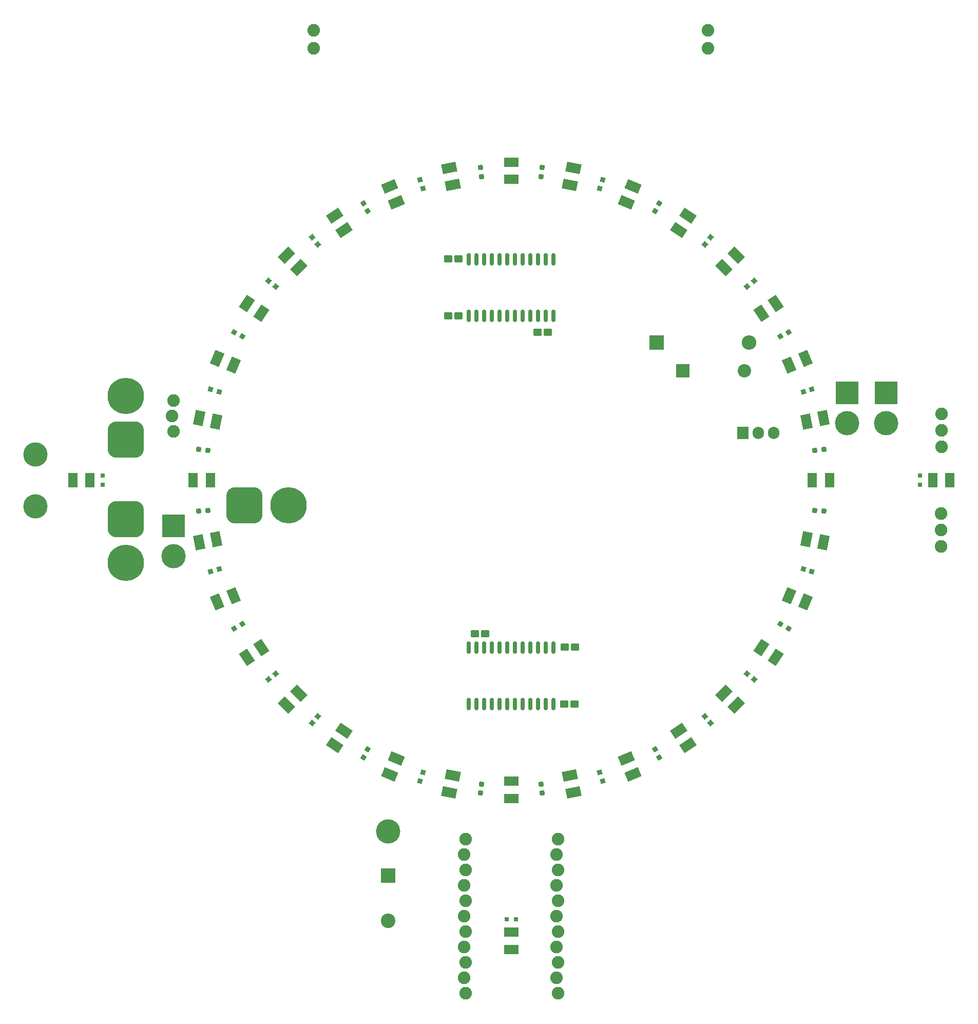
<source format=gbs>
%TF.GenerationSoftware,KiCad,Pcbnew,(6.0.0-0)*%
%TF.CreationDate,2022-03-23T00:11:19+08:00*%
%TF.ProjectId,layer1,6c617965-7231-42e6-9b69-6361645f7063,rev?*%
%TF.SameCoordinates,Original*%
%TF.FileFunction,Soldermask,Bot*%
%TF.FilePolarity,Negative*%
%FSLAX46Y46*%
G04 Gerber Fmt 4.6, Leading zero omitted, Abs format (unit mm)*
G04 Created by KiCad (PCBNEW (6.0.0-0)) date 2022-03-23 00:11:19*
%MOMM*%
%LPD*%
G01*
G04 APERTURE LIST*
G04 Aperture macros list*
%AMRoundRect*
0 Rectangle with rounded corners*
0 $1 Rounding radius*
0 $2 $3 $4 $5 $6 $7 $8 $9 X,Y pos of 4 corners*
0 Add a 4 corners polygon primitive as box body*
4,1,4,$2,$3,$4,$5,$6,$7,$8,$9,$2,$3,0*
0 Add four circle primitives for the rounded corners*
1,1,$1+$1,$2,$3*
1,1,$1+$1,$4,$5*
1,1,$1+$1,$6,$7*
1,1,$1+$1,$8,$9*
0 Add four rect primitives between the rounded corners*
20,1,$1+$1,$2,$3,$4,$5,0*
20,1,$1+$1,$4,$5,$6,$7,0*
20,1,$1+$1,$6,$7,$8,$9,0*
20,1,$1+$1,$8,$9,$2,$3,0*%
%AMRotRect*
0 Rectangle, with rotation*
0 The origin of the aperture is its center*
0 $1 length*
0 $2 width*
0 $3 Rotation angle, in degrees counterclockwise*
0 Add horizontal line*
21,1,$1,$2,0,0,$3*%
G04 Aperture macros list end*
%ADD10C,4.000000*%
%ADD11C,2.082800*%
%ADD12RoundRect,1.500000X1.500000X-1.500000X1.500000X1.500000X-1.500000X1.500000X-1.500000X-1.500000X0*%
%ADD13C,6.000000*%
%ADD14RoundRect,1.500000X-1.500000X1.500000X-1.500000X-1.500000X1.500000X-1.500000X1.500000X1.500000X0*%
%ADD15R,2.200000X2.200000*%
%ADD16O,2.200000X2.200000*%
%ADD17R,1.905000X2.000000*%
%ADD18O,1.905000X2.000000*%
%ADD19R,2.400000X2.400000*%
%ADD20O,2.400000X2.400000*%
%ADD21R,3.800000X3.800000*%
%ADD22RoundRect,1.500000X-1.500000X-1.500000X1.500000X-1.500000X1.500000X1.500000X-1.500000X1.500000X0*%
%ADD23C,2.400000*%
%ADD24RotRect,1.600000X2.400000X22.500000*%
%ADD25RotRect,1.600000X2.400000X326.250000*%
%ADD26RotRect,1.600000X2.400000X247.500000*%
%ADD27RotRect,0.800000X0.800000X331.875000*%
%ADD28RoundRect,0.101600X0.549910X0.499110X-0.549910X0.499110X-0.549910X-0.499110X0.549910X-0.499110X0*%
%ADD29RotRect,0.800000X0.800000X286.875000*%
%ADD30RotRect,1.600000X2.400000X303.750000*%
%ADD31RoundRect,0.101600X-0.549910X-0.499110X0.549910X-0.499110X0.549910X0.499110X-0.549910X0.499110X0*%
%ADD32RotRect,0.800000X0.800000X343.125000*%
%ADD33R,0.800000X0.800000*%
%ADD34R,1.600000X2.400000*%
%ADD35RotRect,0.800000X0.800000X95.625000*%
%ADD36RotRect,1.600000X2.400000X213.750000*%
%ADD37RoundRect,0.150000X-0.150000X0.875000X-0.150000X-0.875000X0.150000X-0.875000X0.150000X0.875000X0*%
%ADD38RotRect,0.800000X0.800000X219.375000*%
%ADD39RotRect,1.600000X2.400000X67.500000*%
%ADD40RotRect,1.600000X2.400000X191.250000*%
%ADD41RotRect,0.800000X0.800000X28.125000*%
%ADD42RotRect,0.800000X0.800000X118.125000*%
%ADD43RotRect,0.800000X0.800000X84.375000*%
%ADD44RotRect,1.600000X2.400000X135.000000*%
%ADD45RotRect,0.800000X0.800000X140.625000*%
%ADD46R,2.400000X1.600000*%
%ADD47RotRect,0.800000X0.800000X208.125000*%
%ADD48RotRect,1.600000X2.400000X157.500000*%
%ADD49RotRect,1.600000X2.400000X348.750000*%
%ADD50RotRect,1.600000X2.400000X202.500000*%
%ADD51RotRect,1.600000X2.400000X225.000000*%
%ADD52RotRect,0.800000X0.800000X298.125000*%
%ADD53RotRect,0.800000X0.800000X230.625000*%
%ADD54RotRect,0.800000X0.800000X196.875000*%
%ADD55RotRect,1.600000X2.400000X56.250000*%
%ADD56RotRect,0.800000X0.800000X185.625000*%
%ADD57RotRect,0.800000X0.800000X253.125000*%
%ADD58RotRect,1.600000X2.400000X112.500000*%
%ADD59RotRect,0.800000X0.800000X309.375000*%
%ADD60RotRect,0.800000X0.800000X163.125000*%
%ADD61RotRect,0.800000X0.800000X275.625000*%
%ADD62RotRect,0.800000X0.800000X5.625000*%
%ADD63RotRect,0.800000X0.800000X354.375000*%
%ADD64RotRect,1.600000X2.400000X33.750000*%
%ADD65RotRect,1.600000X2.400000X168.750000*%
%ADD66RoundRect,0.150000X0.150000X-0.875000X0.150000X0.875000X-0.150000X0.875000X-0.150000X-0.875000X0*%
%ADD67RotRect,0.800000X0.800000X61.875000*%
%ADD68RotRect,1.600000X2.400000X337.500000*%
%ADD69RotRect,1.600000X2.400000X146.250000*%
%ADD70RotRect,0.800000X0.800000X106.875000*%
%ADD71RotRect,0.800000X0.800000X39.375000*%
%ADD72RotRect,1.600000X2.400000X123.750000*%
%ADD73RotRect,1.600000X2.400000X292.500000*%
%ADD74RotRect,0.800000X0.800000X174.375000*%
%ADD75RotRect,1.600000X2.400000X281.250000*%
%ADD76RotRect,0.800000X0.800000X50.625000*%
%ADD77RotRect,0.800000X0.800000X264.375000*%
%ADD78RotRect,1.600000X2.400000X78.750000*%
%ADD79RotRect,1.600000X2.400000X101.250000*%
%ADD80RotRect,0.800000X0.800000X320.625000*%
%ADD81RotRect,1.600000X2.400000X236.250000*%
%ADD82RotRect,1.600000X2.400000X258.750000*%
%ADD83RotRect,1.600000X2.400000X11.250000*%
%ADD84RotRect,0.800000X0.800000X129.375000*%
%ADD85RotRect,0.800000X0.800000X151.875000*%
%ADD86RotRect,0.800000X0.800000X241.875000*%
%ADD87RotRect,1.600000X2.400000X45.000000*%
%ADD88RotRect,0.800000X0.800000X73.125000*%
%ADD89RotRect,0.800000X0.800000X16.875000*%
%ADD90RotRect,1.600000X2.400000X315.000000*%
G04 APERTURE END LIST*
D10*
%TO.C,REF\u002A\u002A*%
X105410000Y-159258000D03*
%TD*%
D11*
%TO.C,SW1*%
X196723000Y-90373200D03*
X196723000Y-93091000D03*
X196723000Y-95808800D03*
%TD*%
D12*
%TO.C,J0*%
X62186320Y-94671000D03*
D13*
X62186320Y-87471000D03*
%TD*%
D14*
%TO.C,J1*%
X62186320Y-107740000D03*
D13*
X62186320Y-114940000D03*
%TD*%
D10*
%TO.C,J3*%
X47244000Y-105625900D03*
%TD*%
D11*
%TO.C,SW2*%
X196638320Y-106828200D03*
X196638320Y-109546000D03*
X196638320Y-112263800D03*
%TD*%
%TO.C,GATE1R1*%
X158129951Y-27198200D03*
X158129951Y-30093800D03*
%TD*%
D15*
%TO.C,SOLENOIDD2*%
X153974800Y-83286600D03*
D16*
X164134800Y-83286600D03*
%TD*%
D11*
%TO.C,MJ1*%
X118237000Y-160525919D03*
X117983000Y-163065919D03*
X118237000Y-165605919D03*
X117983000Y-168145919D03*
X118237000Y-170685919D03*
X117983000Y-173225919D03*
X118237000Y-175765919D03*
X117983000Y-178305919D03*
X118237000Y-180845919D03*
X117983000Y-183385919D03*
X118237000Y-185925919D03*
%TD*%
D17*
%TO.C,SOLENOIDQ2*%
X163906200Y-93502600D03*
D18*
X166446200Y-93502600D03*
X168986200Y-93502600D03*
%TD*%
D19*
%TO.C,SOLENOIDD1*%
X149656800Y-78663800D03*
D20*
X164896800Y-78663800D03*
%TD*%
D21*
%TO.C,BOOSTJ2*%
X181102000Y-86908000D03*
D10*
X181102000Y-91908000D03*
%TD*%
%TO.C,J4*%
X47244000Y-97066100D03*
%TD*%
D21*
%TO.C,BOOSTJ1*%
X70060320Y-108840000D03*
D10*
X70060320Y-113840000D03*
%TD*%
D11*
%TO.C,GATE1D1*%
X93129951Y-30093800D03*
X93129951Y-27198200D03*
%TD*%
D22*
%TO.C,J2*%
X81744000Y-105511600D03*
D13*
X88944000Y-105511600D03*
%TD*%
D11*
%TO.C,BUCKJ1*%
X70060320Y-88210213D03*
X69806320Y-90750213D03*
X70060320Y-93290213D03*
%TD*%
D19*
%TO.C,C4*%
X105410000Y-166497000D03*
D23*
X105410000Y-173997000D03*
%TD*%
D10*
%TO.C,SOLENOIDJ1*%
X187579000Y-91908000D03*
D21*
X187579000Y-86908000D03*
%TD*%
D11*
%TO.C,MJ2*%
X133477000Y-160521000D03*
X133223000Y-163061000D03*
X133477000Y-165601000D03*
X133223000Y-168141000D03*
X133477000Y-170681000D03*
X133223000Y-173221000D03*
X133477000Y-175761000D03*
X133223000Y-178301000D03*
X133477000Y-180841000D03*
X133223000Y-183381000D03*
X133477000Y-185921000D03*
%TD*%
D24*
%TO.C,D27*%
X171573145Y-82357047D03*
X174206201Y-81266399D03*
%TD*%
D25*
%TO.C,D22*%
X166987735Y-128913489D03*
X169357423Y-130496865D03*
%TD*%
D26*
%TO.C,D15*%
X106741079Y-147189113D03*
X105650431Y-149822169D03*
%TD*%
D27*
%TO.C,R7*%
X80042902Y-76934367D03*
X81365784Y-77641463D03*
%TD*%
D28*
%TO.C,R37*%
X116978311Y-64825919D03*
X115281591Y-64825919D03*
%TD*%
D29*
%TO.C,R3*%
X110692043Y-51781267D03*
X111127471Y-53216677D03*
%TD*%
D30*
%TO.C,D20*%
X153297521Y-142603703D03*
X154880897Y-144973391D03*
%TD*%
D31*
%TO.C,C2*%
X134506591Y-128825919D03*
X136203311Y-128825919D03*
%TD*%
D32*
%TO.C,R8*%
X76156614Y-86316696D03*
X77592024Y-86752124D03*
%TD*%
D33*
%TO.C,R35*%
X193129951Y-100598500D03*
X193129951Y-102098500D03*
%TD*%
D34*
%TO.C,D9*%
X76109636Y-101345919D03*
X73259636Y-101345919D03*
%TD*%
D28*
%TO.C,C1*%
X116978311Y-74225919D03*
X115281591Y-74225919D03*
%TD*%
D35*
%TO.C,R18*%
X130807631Y-152909154D03*
X130660605Y-151416376D03*
%TD*%
D36*
%TO.C,D12*%
X84472167Y-128913489D03*
X82102479Y-130496865D03*
%TD*%
D37*
%TO.C,U1*%
X118744951Y-64954604D03*
X120014951Y-64954604D03*
X121284951Y-64954604D03*
X122554951Y-64954604D03*
X123824951Y-64954604D03*
X125094951Y-64954604D03*
X126364951Y-64954604D03*
X127634951Y-64954604D03*
X128904951Y-64954604D03*
X130174951Y-64954604D03*
X131444951Y-64954604D03*
X132714951Y-64954604D03*
X132714951Y-74254604D03*
X131444951Y-74254604D03*
X130174951Y-74254604D03*
X128904951Y-74254604D03*
X127634951Y-74254604D03*
X126364951Y-74254604D03*
X125094951Y-74254604D03*
X123824951Y-74254604D03*
X122554951Y-74254604D03*
X121284951Y-74254604D03*
X120014951Y-74254604D03*
X118744951Y-74254604D03*
%TD*%
D38*
%TO.C,R29*%
X165774985Y-68490494D03*
X164615469Y-69442084D03*
%TD*%
D39*
%TO.C,D31*%
X144718823Y-55502725D03*
X145809471Y-52869669D03*
%TD*%
D40*
%TO.C,D10*%
X77063076Y-111026362D03*
X74267838Y-111582370D03*
%TD*%
D41*
%TO.C,R12*%
X80042902Y-125774841D03*
X81365784Y-125067745D03*
%TD*%
D42*
%TO.C,R20*%
X150150188Y-147041653D03*
X149443092Y-145718771D03*
%TD*%
D34*
%TO.C,D33*%
X53404951Y-101345919D03*
X56254951Y-101345919D03*
%TD*%
D43*
%TO.C,R17*%
X120652271Y-152909154D03*
X120799297Y-151416376D03*
%TD*%
D44*
%TO.C,D5*%
X90643090Y-66259058D03*
X88627836Y-64243804D03*
%TD*%
D45*
%TO.C,R22*%
X165774985Y-134218714D03*
X164615469Y-133267124D03*
%TD*%
D46*
%TO.C,D17*%
X125729951Y-150966234D03*
X125729951Y-153816234D03*
%TD*%
D47*
%TO.C,R28*%
X171417000Y-76934367D03*
X170094118Y-77641463D03*
%TD*%
D48*
%TO.C,D7*%
X79886757Y-82357047D03*
X77253701Y-81266399D03*
%TD*%
D34*
%TO.C,D35*%
X198054951Y-101345919D03*
X195204951Y-101345919D03*
%TD*%
D31*
%TO.C,R38*%
X130081591Y-76962000D03*
X131778311Y-76962000D03*
%TD*%
D49*
%TO.C,D24*%
X174396826Y-111026362D03*
X177192064Y-111582370D03*
%TD*%
D28*
%TO.C,R40*%
X121378311Y-126625919D03*
X119681591Y-126625919D03*
%TD*%
D50*
%TO.C,D11*%
X79886757Y-120334791D03*
X77253701Y-121425439D03*
%TD*%
D51*
%TO.C,D13*%
X90643090Y-136432780D03*
X88627836Y-138448034D03*
%TD*%
D52*
%TO.C,R4*%
X101309714Y-55667555D03*
X102016810Y-56990437D03*
%TD*%
D53*
%TO.C,R30*%
X158594061Y-61309570D03*
X157642471Y-62469086D03*
%TD*%
D31*
%TO.C,R39*%
X134481591Y-138225919D03*
X136178311Y-138225919D03*
%TD*%
D54*
%TO.C,R27*%
X175303288Y-86316696D03*
X173867878Y-86752124D03*
%TD*%
D46*
%TO.C,D34*%
X125729951Y-178671000D03*
X125729951Y-175821000D03*
%TD*%
D55*
%TO.C,D30*%
X153297521Y-60088135D03*
X154880897Y-57718447D03*
%TD*%
D56*
%TO.C,R26*%
X177284501Y-96276924D03*
X175791723Y-96423950D03*
%TD*%
D57*
%TO.C,R32*%
X140767859Y-51781267D03*
X140332431Y-53216677D03*
%TD*%
D58*
%TO.C,D3*%
X106741079Y-55502725D03*
X105650431Y-52869669D03*
%TD*%
D46*
%TO.C,D1*%
X125729951Y-51725604D03*
X125729951Y-48875604D03*
%TD*%
D59*
%TO.C,R5*%
X92865841Y-61309570D03*
X93817431Y-62469086D03*
%TD*%
D60*
%TO.C,R24*%
X175303288Y-116392512D03*
X173867878Y-115957084D03*
%TD*%
D61*
%TO.C,R2*%
X120652271Y-49800054D03*
X120799297Y-51292832D03*
%TD*%
D62*
%TO.C,R10*%
X74175401Y-106432284D03*
X75668179Y-106285258D03*
%TD*%
D63*
%TO.C,R9*%
X74175401Y-96276924D03*
X75668179Y-96423950D03*
%TD*%
D64*
%TO.C,D28*%
X166987735Y-73778349D03*
X169357423Y-72194973D03*
%TD*%
D65*
%TO.C,D8*%
X77063076Y-91665476D03*
X74267838Y-91109468D03*
%TD*%
D34*
%TO.C,D25*%
X175350266Y-101345919D03*
X178200266Y-101345919D03*
%TD*%
D66*
%TO.C,U2*%
X132714951Y-138236335D03*
X131444951Y-138236335D03*
X130174951Y-138236335D03*
X128904951Y-138236335D03*
X127634951Y-138236335D03*
X126364951Y-138236335D03*
X125094951Y-138236335D03*
X123824951Y-138236335D03*
X122554951Y-138236335D03*
X121284951Y-138236335D03*
X120014951Y-138236335D03*
X118744951Y-138236335D03*
X118744951Y-128936335D03*
X120014951Y-128936335D03*
X121284951Y-128936335D03*
X122554951Y-128936335D03*
X123824951Y-128936335D03*
X125094951Y-128936335D03*
X126364951Y-128936335D03*
X127634951Y-128936335D03*
X128904951Y-128936335D03*
X130174951Y-128936335D03*
X131444951Y-128936335D03*
X132714951Y-128936335D03*
%TD*%
D67*
%TO.C,R15*%
X101309714Y-147041653D03*
X102016810Y-145718771D03*
%TD*%
D68*
%TO.C,D23*%
X171573145Y-120334791D03*
X174206201Y-121425439D03*
%TD*%
D33*
%TO.C,R34*%
X126479951Y-173746000D03*
X124979951Y-173746000D03*
%TD*%
D69*
%TO.C,D6*%
X84472167Y-73778349D03*
X82102479Y-72194973D03*
%TD*%
D70*
%TO.C,R19*%
X140767859Y-150927941D03*
X140332431Y-149492531D03*
%TD*%
D71*
%TO.C,R13*%
X85684917Y-134218714D03*
X86844433Y-133267124D03*
%TD*%
D72*
%TO.C,D4*%
X98162381Y-60088135D03*
X96579005Y-57718447D03*
%TD*%
D73*
%TO.C,D19*%
X144718823Y-147189113D03*
X145809471Y-149822169D03*
%TD*%
D74*
%TO.C,R25*%
X177284501Y-106432284D03*
X175791723Y-106285258D03*
%TD*%
D75*
%TO.C,D18*%
X135410394Y-150012794D03*
X135966402Y-152808032D03*
%TD*%
D33*
%TO.C,R33*%
X58329951Y-100598500D03*
X58329951Y-102098500D03*
%TD*%
D76*
%TO.C,R14*%
X92865841Y-141399638D03*
X93817431Y-140240122D03*
%TD*%
D77*
%TO.C,R1*%
X130807631Y-49800054D03*
X130660605Y-51292832D03*
%TD*%
D78*
%TO.C,D32*%
X135410394Y-52679044D03*
X135966402Y-49883806D03*
%TD*%
D79*
%TO.C,D2*%
X116049508Y-52679044D03*
X115493500Y-49883806D03*
%TD*%
D80*
%TO.C,R6*%
X85684917Y-68490494D03*
X86844433Y-69442084D03*
%TD*%
D81*
%TO.C,D14*%
X98162381Y-142603703D03*
X96579005Y-144973391D03*
%TD*%
D82*
%TO.C,D16*%
X116049508Y-150012794D03*
X115493500Y-152808032D03*
%TD*%
D83*
%TO.C,D26*%
X174396826Y-91665476D03*
X177192064Y-91109468D03*
%TD*%
D84*
%TO.C,R21*%
X158594061Y-141399638D03*
X157642471Y-140240122D03*
%TD*%
D85*
%TO.C,R23*%
X171417000Y-125774841D03*
X170094118Y-125067745D03*
%TD*%
D86*
%TO.C,R31*%
X150150188Y-55667555D03*
X149443092Y-56990437D03*
%TD*%
D87*
%TO.C,D29*%
X160816812Y-66259058D03*
X162832066Y-64243804D03*
%TD*%
D88*
%TO.C,R16*%
X110692043Y-150927941D03*
X111127471Y-149492531D03*
%TD*%
D89*
%TO.C,R11*%
X76156614Y-116392512D03*
X77592024Y-115957084D03*
%TD*%
D90*
%TO.C,D21*%
X160816812Y-136432780D03*
X162832066Y-138448034D03*
%TD*%
M02*

</source>
